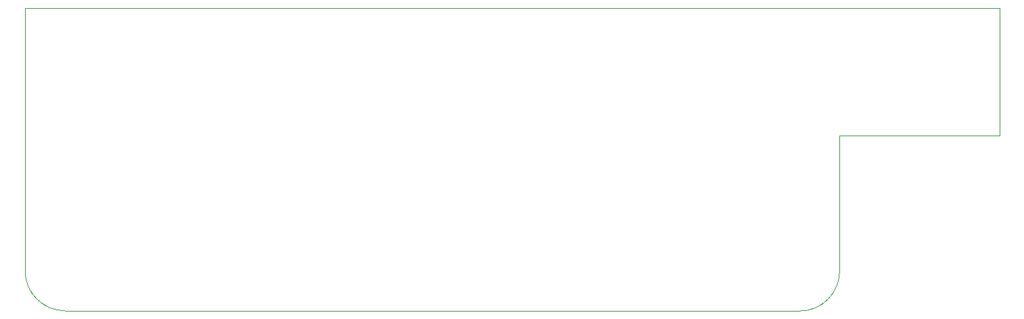
<source format=gbr>
%TF.GenerationSoftware,KiCad,Pcbnew,7.0.10*%
%TF.CreationDate,2024-11-03T00:15:00-07:00*%
%TF.ProjectId,winston-pomodoro-timer,77696e73-746f-46e2-9d70-6f6d6f646f72,rev?*%
%TF.SameCoordinates,Original*%
%TF.FileFunction,Profile,NP*%
%FSLAX46Y46*%
G04 Gerber Fmt 4.6, Leading zero omitted, Abs format (unit mm)*
G04 Created by KiCad (PCBNEW 7.0.10) date 2024-11-03 00:15:00*
%MOMM*%
%LPD*%
G01*
G04 APERTURE LIST*
%TA.AperFunction,Profile*%
%ADD10C,0.100000*%
%TD*%
G04 APERTURE END LIST*
D10*
X220000002Y-95000000D02*
X220000000Y-78000000D01*
X240000000Y-62000000D02*
X118000000Y-61950000D01*
X240000000Y-78000000D02*
X240000000Y-62000000D01*
X214999999Y-100000002D02*
G75*
G03*
X220000002Y-95000000I1J5000002D01*
G01*
X220000000Y-78000000D02*
X240000000Y-78000000D01*
X118000000Y-83950000D02*
X118035535Y-94964465D01*
X118035533Y-94964465D02*
G75*
G03*
X123035534Y-99964467I4999967J-35D01*
G01*
X123035534Y-99964467D02*
X214999999Y-100000000D01*
X118000000Y-61950000D02*
X118000000Y-83950000D01*
M02*

</source>
